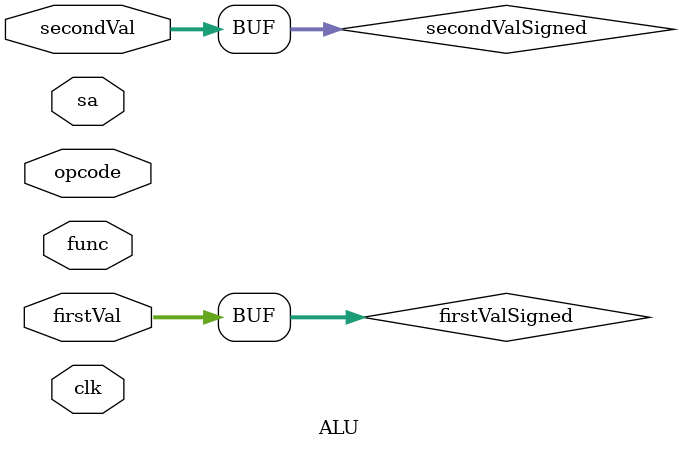
<source format=v>


module ALU (
    clk, firstVal, secondVal, func, opcode, sa
);


    // input output declaration
    input clk;
    input [31:0] firstVal;  // One of the two operands
    input [31:0] secondVal; // One of the two operands
    input [5:0] func;       // The func field of the instrcution
    input [5:0] opcode;     // The opcode field; togather to determine the operation type to perform
    input [4:0] sa;         // Shift amount, for R-type instructions
    reg [31:0] result;
    reg zeroFlag;
    //output reg overflowFlag;
    //output reg negativeFlag;
    

    wire signed [31:0] firstValSigned;
    assign firstValSigned = firstVal;
    wire signed [31:0] secondValSigned;
    assign secondValSigned = secondVal;



    // The arithmetic logics
    always @(posedge clk) begin
        #1
        //$display("alu received secondVal: %b",secondVal);
        //$display("opcode: %b",opcode);
        //$display("func: %b",func);
        // set default flags to 0
        //overflowFlag = 0;
        zeroFlag = 0;
        //negativeFlag = 0;

        // assign sa (if exists), = secondVal
        // use mux for that selection

        // The logics
        case (opcode)
            6'b000000: // R-type instructions
            begin
                case (func)
                    // add
                    6'b100000: 
                    begin 
                        result = firstVal + secondVal;
                        //$display("add called, %d, %d", firstVal, secondVal);
                        // detect and set overflow
                        //overflowFlag = (firstVal[31] ^ secondVal[31]) ? 0 : (firstVal[31] ^ result[31]);
                        //$display("overflowFlag: ", overflowFlag);
                    end
                    6'b100001: begin // addu
                        result = firstVal + secondVal;
                    end
                    // sub
                    6'b100010: begin
                        result = firstVal - secondVal;
                        $display("sub %d - %d", firstVal,secondVal);
                        //secondVal = ~secondVal + 1;
                        // detect overflow
                        //$display("%b",secondVal);
                        //overflowFlag = (firstVal[31] ^ secondVal[31]) ? 0 : (firstVal[31] ^ result[31]);
                    end
                    // subu 
                    6'b100011: result = firstVal - secondVal;
                    // and
                    6'b100100: result = firstVal & secondVal;
                    // nor
                    6'b100111: result = ~(firstVal | secondVal);
                    // or
                    6'b100101: result = firstVal | secondVal;
                    // xor
                    6'b100110: result = firstVal ^ secondVal;
                    // slt
                    6'b101010: begin
                        result = (firstVal < secondVal);        // Directly set the result to indicate less than; removes negative flag
                        $display("slt called: %d %d; result: %d", firstVal, secondVal, result);
                        // set negative flag
                        //negativeFlag = (firstValSigned < secondValSigned);
                    end
                    // srl
                    6'b000010: result = secondVal >> sa;
                    // srlv
                    6'b000110: result = secondVal >> firstVal;
                    // sra
                    6'b000011: result = secondValSigned >>> sa;
                    // srav
                    6'b000111: result = secondValSigned >>> firstVal;
                    // sll
                    6'b000000: result = secondVal << sa;
                    // sllv
                    6'b000100: result = secondVal << firstVal;

                    // default: // should not occur
                    // $display("Error: Unknown R-type instruction format.");
                endcase
            end

            6'b00001x:      // J-type instructions
            begin
                // Including j, jr, jal

                result = 0;     // No need to do any arithmetic operation here.
            end

                
            default: // I-type instructions
            begin
                case (opcode)
                    // addi
                    6'b001000: begin
                        result = firstVal + secondVal;       // second val is immediate
                        $display("addi called, %d, %d", firstVal, secondVal);
                        // detect overflow
                        //overflowFlag = (firstVal[31] ^ immediate[15]) ? 0 : (firstVal[31] ^ result[31]);
                    end
                    // addiu
                    6'b001001:begin
                        $display("addiu called, %d, %d", firstVal, secondVal);
                        result = firstVal + secondVal;       // second val is immediate
                    end
                    // andi
                    6'b001100: result = firstVal & (secondVal & 32'h0000ffff);       // second val is immediate
                    // ori
                    6'b001101: result = firstVal | (secondVal & 32'h0000ffff);        // second val is immediate
                    // xori
                    // Caution: zero-extend immediate
                    6'b001110: result = firstVal ^ (secondVal & 32'h0000ffff);       // second val is immediate
                    // beq
                    6'b000100: begin
                        result = ((firstVal - secondVal) == 0);
                        if (result == 0) zeroFlag = 1;
                        $display("beq called: comaparing %d %d", firstVal, secondVal);
                    end
                    // bne
                    6'b000101: begin
                        //result = immediate << 2;
                        result = ((firstVal - secondVal) != 0);
                        if (result == 0) zeroFlag = 1;      // Should use result to indicate branch or not; zeroFLag is depreciated
                        $display("bne called: comaparing %d %d; result %d", firstVal, secondVal, result);
                    end
                    // lw
                    6'b100011: begin 
                        result = firstVal + secondVal/4;        // added to the sign-extended immediate, no shifting
                         $display("lw called: %d %d", firstVal, secondVal);
                        // $display("result: %d", result);

                    end
                    // sw
                    6'b101011: begin 
                        result = firstVal + secondVal/4;        // added to the sign-extended immediate, no shifting
                         $display("sw called: %d %d", firstVal, secondVal);
                        // $display("result: %d", result);
                    end

                    // default: // should not occur
                    //     $display("Error: Unknown I-type instruction format.");
                endcase
            end
        endcase
    end
endmodule




</source>
